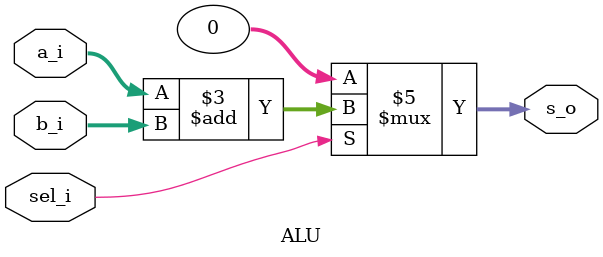
<source format=sv>
`timescale 1ns/1ps

module ALU (
    input logic sel_i,
    input logic[31:0] a_i,
    input logic[31:0] b_i,
    output logic[31:0] s_o
);

always_comb begin : calcul
    if (sel_i==1)
        s_o=a_i+b_i;
    else
        s_o=32'b0;
end

endmodule : ALU
</source>
